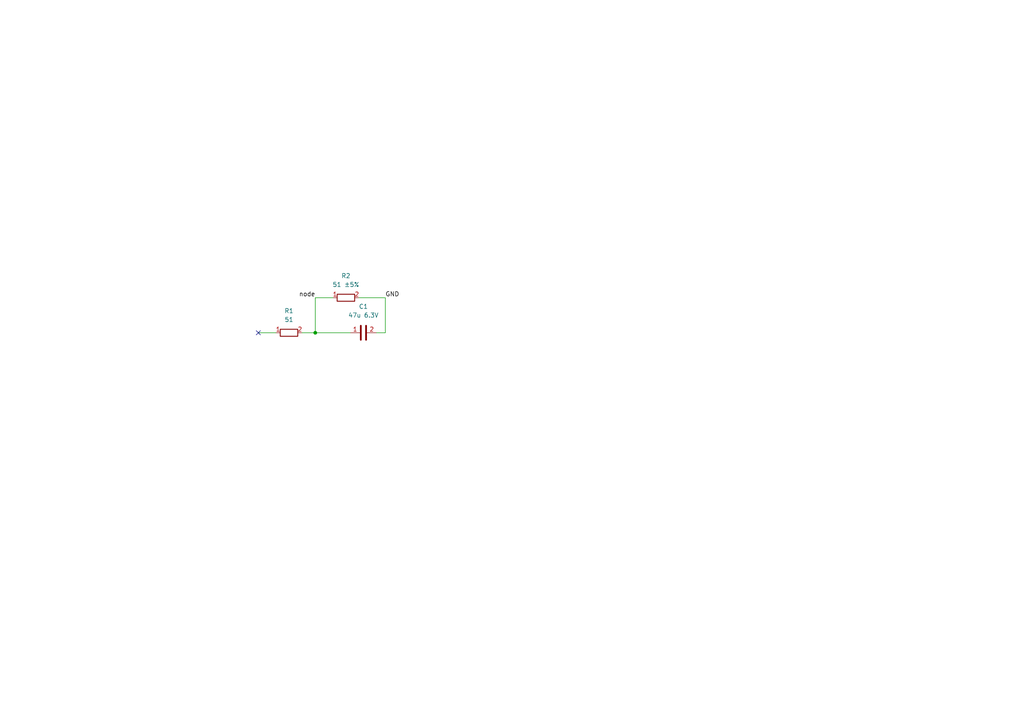
<source format=kicad_sch>
(kicad_sch (version 20211123) (generator eeschema)
  (paper "A4")
  (title_block (title "Simple Circuit") (date "2022-08-02") (rev "v01"))
  (lib_symbols
    (symbol "Device:C" (pin_names (offset 0.254))
      (property "Reference" "C" (at 0.635 2.54 0))
      (property "Value" "C" (at 0.635 -2.54 0))
      (symbol "C_0_1"
        (polyline (pts (xy -2.032 -0.762) (xy 2.032 -0.762)) (stroke (width 0.508)))
        (polyline (pts (xy -2.032 0.762) (xy 2.032 0.762)) (stroke (width 0.508)))
      )
      (symbol "C_1_1"
        (pin passive line (at 0 3.81 270) (length 2.794) (name "~") (number "1"))
        (pin passive line (at 0 -3.81 90) (length 2.794) (name "~") (number "2"))
      )
    )
    (symbol "Device:R" (pin_names (offset 0))
      (property "Reference" "R" (at 2.032 0 90))
      (property "Value" "R" (at 0 0 90))
      (symbol "R_0_1"
        (rectangle (start -1.016 -2.54) (end 1.016 2.54) (stroke (width 0.254)))
      )
      (symbol "R_1_1"
        (pin passive line (at 0 3.81 270) (length 1.27) (name "~") (number "1"))
        (pin passive line (at 0 -3.81 90) (length 1.27) (name "~") (number "2"))
      )
    )
  )
  (junction (at 91.44 96.52))
  (no_connect (at 74.93 96.52))
  (wire (pts (xy 91.44 86.36) (xy 91.44 96.52)))
  (wire (pts (xy 111.76 86.36) (xy 111.76 96.52)))
  (wire (pts (xy 104.14 86.36) (xy 111.76 86.36)))
  (wire (pts (xy 74.93 96.52) (xy 80.01 96.52)))
  (wire (pts (xy 91.44 86.36) (xy 96.52 86.36)))
  (wire (pts (xy 87.63 96.52) (xy 91.44 96.52)))
  (wire (pts (xy 109.22 96.52) (xy 111.76 96.52)))
  (wire (pts (xy 91.44 96.52) (xy 101.6 96.52)))
  (label "node" (at 91.44 86.36 180))
  (label "GND" (at 111.76 86.36 0))
  (symbol (lib_id "Device:R") (at 83.82 96.52 90) (unit 1)
    (property "Reference" "R1" (at 83.82 90.17 90))
    (property "Value" "51" (at 83.82 92.71 90))
  )
  (symbol (lib_id "Device:R") (at 100.33 86.36 90) (unit 1)
    (property "Reference" "R2" (at 100.33 80.01 90))
    (property "Value" "51 ±5%" (at 100.33 82.55 90))
  )
  (symbol (lib_id "Device:C") (at 105.41 96.52 90) (unit 1)
    (property "Reference" "C1" (at 105.41 88.9 90))
    (property "Value" "47u 6.3V" (at 105.41 91.44 90))
  )
)
</source>
